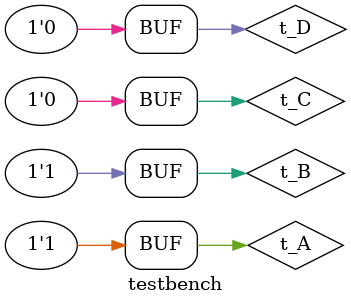
<source format=v>
module testbench;
    reg t_A, t_B, t_C, t_D;
    wire t_X;
    
    toplevel test(.A(t_A), .B(t_B), .C(t_C), .D(t_D), .X(t_X)); // one method of signals connection with ports not in order
    // and_gate test(t_A, t_B, t_X); // the other method to map module ports with the test bench signals but in order

    // inputs n = 4, 2^n => 2^4 = 16 possible cases
    // executes sequentially once
    initial // always block used to design module, intial block used in simulation source
    begin
        #5 // delay 5 ns
        t_A = 1'b0;
        t_B = 1'b0;
        t_C = 1'b0;
        t_D = 1'b0;
       
        #5
        t_A = 1'b0;
        t_B = 1'b1;

        
        #5
        t_A = 1'b1;
        t_B = 1'b0;
        
        #5
        t_A = 1'b1;
        t_B = 1'b1;
    end
endmodule

</source>
